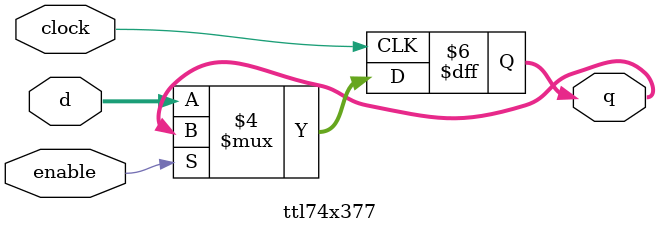
<source format=v>
module ttl74x377(
    input clock,
    input enable,  // active low
    input [7:0] d,
    output reg [7:0] q);

    always @ (posedge clock) begin
        if (enable == 0) begin
            q <= d;
        end else begin
            q <= q;
        end
    end


endmodule

</source>
